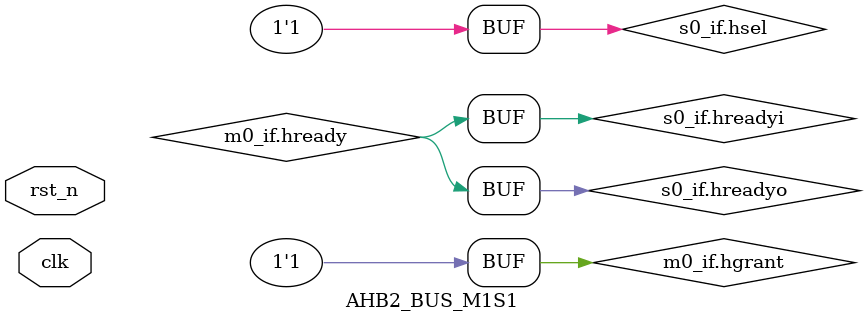
<source format=sv>
module AHB2_BUS_M1S1
(
    input   wire                        clk,
    input   wire                        rst_n,

    AHB2_MST_INTF.slave                 m0_if,
    AHB2_MST_INTF.slave                 m1_if,

    AHB2_SLV_INTF.master                s0_if
);

    assign  m0_if.hgrant                = 1'b1;

    assign  s0_if.hsel                  = 1'b1;
    assign  s0_if.haddr                 = m0_if.haddr;
    assign  s0_if.htrans                = m0_if.htrans;
    assign  s0_if.hwrite                = m0_if.hwrite;
    assign  s0_if.hsize                 = m0_if.hsize;
    assign  s0_if.hburst                = m0_if.hburst;
    assign  s0_if.hprot                 = m0_if.hprot;
    assign  s0_if.hwdata                = m0_if.hwdata;

    assign  s0_if.hreadyi               = s0_if.hreadyo;

    assign  m0_if.hrdata                = s0_if.hrdata;
    assign  m0_if.hresp                 = s0_if.hresp;
    assign  m0_if.hready                = s0_if.hreadyo;

endmodule

/*
module AHB2_ARBITER
#(
    parameter   MASTER_CNT              = 2,
    parameter   MASTER_ID_WIDTH         = $clog2(MASTER_CNT)
)
(
    input   wire                        clk,
    input   wire                        rst_n,

    input   wire                        hready_i,

    input   wire    [MASTER_CNT-1:0]    hbusreq_vec_i,
    output  logic   [MASTER_CNT-1:0]    hgrant_vec_o,

    output  logic   [MASTER_ID_WIDTH-1:0] hmaster_o
);

    logic   [MASTER_ID_WIDTH-1:0]       hmaster,    hmaster_n;
    logic   [MASTER_CNT-1:0]            hgrant_vec, hgrant_vec_n;

    always_comb begin
        hgrant_vec_n                    = 'd0;
        hmaster_n                       = hmaster;
        if (hready_i) begin
            for (int i=0; i<MASTER_CNT; i=i+1) begin
                if (hbusreq_vec_i[i]) begin
                    hgrant_vec_n[i]                 = 1'b1;
                    hmaster_n                       = i;
                    break;
                end
            end
        end
    end

    always @(posedge clk)
        if (~rst_n) begin
            hmaster                         <= 'd0;
            hgrant_vec                      <= 'd0;
        end
        else begin
            hmaster                         <= hmaster_n;
            hgrant_vec                      <= hgrant_vec_n;
        end
endmodule

module AHB2_MUX
#(
    parameter   MASTER_CNT              = 2,
    parameter   MASTER_ID_WIDTH         = $clog2(MASTER_CNT)
)
(
    input   wire                        clk,
    input   wire                        rst_n,

    input   wire    [MASTER_ID_WIDTH-1:0] hmaster_i,
    input   wire                        hready_i,

    AHB2_MST_INTF.slave                 m0_if,
    AHB2_MST_INTF.slave                 m1_if,

    AHB2_MST_INTF.master                s_if
);
    logic                               hmaster_data;

    always @(posedge clk)
        if (!rst_n) begin
            hmaster_data                    <= 'd0;
        end
        else if (hready_i) begin
            hmaster_data                    <= hmaster_i;
        end

    always_comb begin
        if (hmaster_i==1'b0) begin
            s_if.haddr                      = m0_if.haddr;
            s_if.htrans                     = m0_if.htrans;
            s_if.hwrite                     = m0_if.hwrite;
            s_if.hsize                      = m0_if.hsize;
            s_if.hburst                     = m0_if.hburst;
            s_if.hprot                      = m0_if.hprot;
        end
        else begin
            s_if.haddr                      = m1_if.haddr;
            s_if.htrans                     = m1_if.htrans;
            s_if.hwrite                     = m1_if.hwrite;
            s_if.hsize                      = m1_if.hsize;
            s_if.hburst                     = m1_if.hburst;
            s_if.hprot                      = m1_if.hprot;
        end
    end
endmodule
*/

</source>
